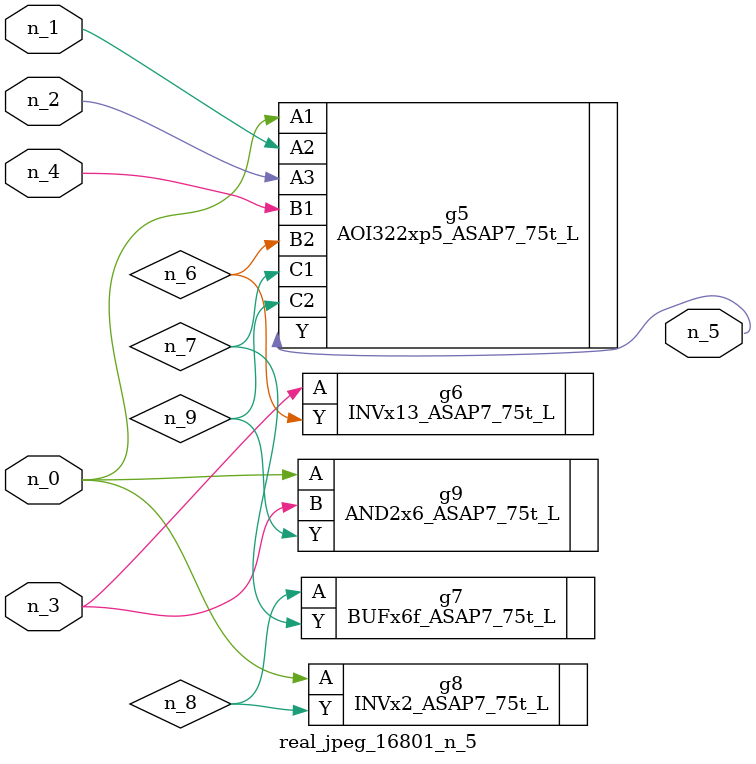
<source format=v>
module real_jpeg_16801_n_5 (n_4, n_0, n_1, n_2, n_3, n_5);

input n_4;
input n_0;
input n_1;
input n_2;
input n_3;

output n_5;

wire n_8;
wire n_6;
wire n_7;
wire n_9;

AOI322xp5_ASAP7_75t_L g5 ( 
.A1(n_0),
.A2(n_1),
.A3(n_2),
.B1(n_4),
.B2(n_6),
.C1(n_7),
.C2(n_9),
.Y(n_5)
);

INVx2_ASAP7_75t_L g8 ( 
.A(n_0),
.Y(n_8)
);

AND2x6_ASAP7_75t_L g9 ( 
.A(n_0),
.B(n_3),
.Y(n_9)
);

INVx13_ASAP7_75t_L g6 ( 
.A(n_3),
.Y(n_6)
);

BUFx6f_ASAP7_75t_L g7 ( 
.A(n_8),
.Y(n_7)
);


endmodule
</source>
